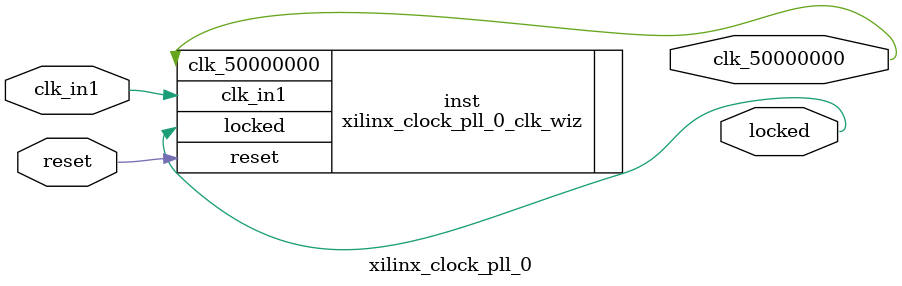
<source format=v>


`timescale 1ps/1ps

(* CORE_GENERATION_INFO = "xilinx_clock_pll_0,clk_wiz_v6_0_15_0_0,{component_name=xilinx_clock_pll_0,use_phase_alignment=true,use_min_o_jitter=false,use_max_i_jitter=false,use_dyn_phase_shift=false,use_inclk_switchover=false,use_dyn_reconfig=false,enable_axi=0,feedback_source=FDBK_AUTO,PRIMITIVE=MMCM,num_out_clk=1,clkin1_period=10.000,clkin2_period=10.000,use_power_down=false,use_reset=true,use_locked=true,use_inclk_stopped=false,feedback_type=SINGLE,CLOCK_MGR_TYPE=NA,manual_override=false}" *)

module xilinx_clock_pll_0 
 (
  // Clock out ports
  output        clk_50000000,
  // Status and control signals
  input         reset,
  output        locked,
 // Clock in ports
  input         clk_in1
 );

  xilinx_clock_pll_0_clk_wiz inst
  (
  // Clock out ports  
  .clk_50000000(clk_50000000),
  // Status and control signals               
  .reset(reset), 
  .locked(locked),
 // Clock in ports
  .clk_in1(clk_in1)
  );

endmodule

</source>
